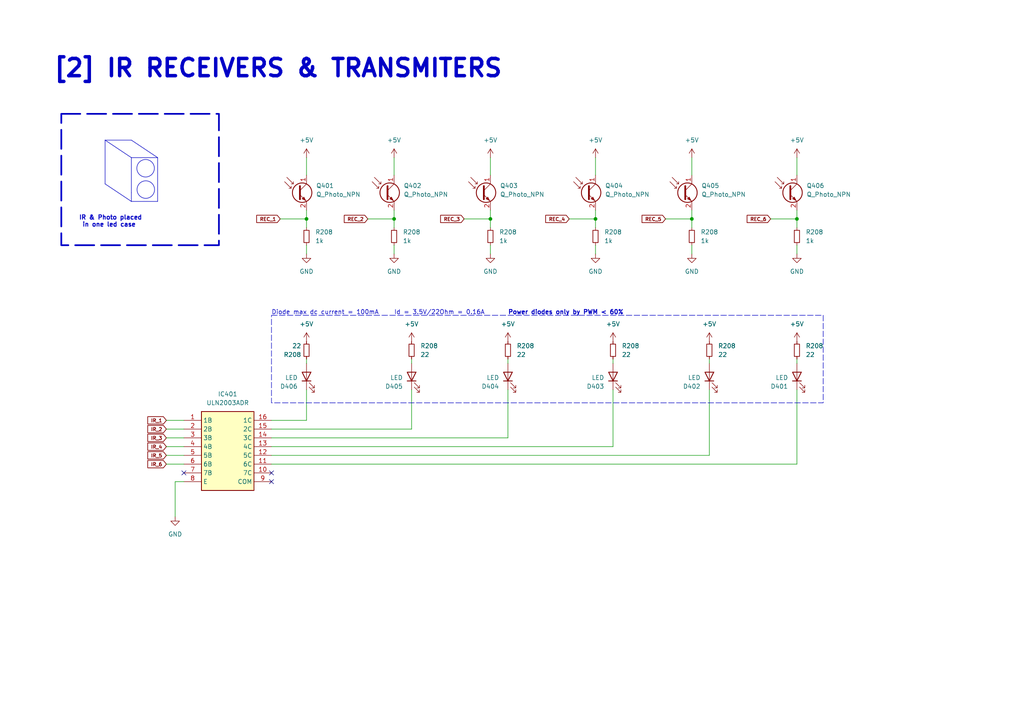
<source format=kicad_sch>
(kicad_sch (version 20230121) (generator eeschema)
  (paper "A4")
  (lib_symbols
    (symbol "Device:LED" (pin_numbers hide) (pin_names (offset 1.016) hide)
      (property "Reference" "D" (at 0 2.54 0))
      (property "Value" "LED" (at 0 -2.54 0))
      (symbol "LED_0_1"
        (polyline (pts (xy -1.27 -1.27) (xy -1.27 1.27)) (stroke (width 0.254)))
        (polyline (pts (xy -1.27 0) (xy 1.27 0)))
        (polyline (pts (xy 1.27 -1.27) (xy 1.27 1.27) (xy -1.27 0) (xy 1.27 -1.27)) (stroke (width 0.254)))
        (polyline (pts (xy -3.048 -0.762) (xy -4.572 -2.286) (xy -3.81 -2.286) (xy -4.572 -2.286) (xy -4.572 -1.524)))
        (polyline (pts (xy -1.778 -0.762) (xy -3.302 -2.286) (xy -2.54 -2.286) (xy -3.302 -2.286) (xy -3.302 -1.524)))
      )
      (symbol "LED_1_1"
        (pin passive line (at -3.81 0 0) (length 2.54) (name "K") (number "1"))
        (pin passive line (at 3.81 0 180) (length 2.54) (name "A") (number "2"))
      )
    )
    (symbol "Device:Q_Photo_NPN" (pin_names (offset 0) hide)
      (property "Reference" "Q" (at 5.08 1.27 0))
      (property "Value" "Q_Photo_NPN" (at 5.08 -1.27 0))
      (symbol "Q_Photo_NPN_0_1"
        (polyline (pts (xy -1.905 1.27) (xy -2.54 1.27)))
        (polyline (pts (xy -1.27 2.54) (xy -1.905 2.54)))
        (polyline (pts (xy 0.635 0.635) (xy 2.54 2.54)))
        (polyline (pts (xy -3.81 3.175) (xy -1.905 1.27) (xy -1.905 1.905)))
        (polyline (pts (xy -3.175 4.445) (xy -1.27 2.54) (xy -1.27 3.175)))
        (polyline (pts (xy 0.635 -0.635) (xy 2.54 -2.54) (xy 2.54 -2.54)))
        (polyline (pts (xy 0.635 1.905) (xy 0.635 -1.905) (xy 0.635 -1.905)) (stroke (width 0.508)))
        (polyline (pts (xy 1.27 -1.778) (xy 1.778 -1.27) (xy 2.286 -2.286) (xy 1.27 -1.778) (xy 1.27 -1.778)) (fill (type outline)))
        (circle (center 1.27 0) (radius 2.8194) (stroke (width 0.254)))
      )
      (symbol "Q_Photo_NPN_1_1"
        (pin passive line (at 2.54 5.08 270) (length 2.54) (name "C") (number "1"))
        (pin passive line (at 2.54 -5.08 90) (length 2.54) (name "E") (number "2"))
      )
    )
    (symbol "Device:R_Small" (pin_numbers hide) (pin_names (offset 0.254) hide)
      (property "Reference" "R" (at 0.762 0.508 0))
      (property "Value" "R_Small" (at 0.762 -1.016 0))
      (symbol "R_Small_0_1"
        (rectangle (start -0.762 1.778) (end 0.762 -1.778) (stroke (width 0.2032)))
      )
      (symbol "R_Small_1_1"
        (pin passive line (at 0 2.54 270) (length 0.762) (name "~") (number "1"))
        (pin passive line (at 0 -2.54 90) (length 0.762) (name "~") (number "2"))
      )
    )
    (symbol "SamacSys_Parts:ULN2003ADR"
      (property "Reference" "IC" (at 21.59 7.62 0))
      (property "Value" "ULN2003ADR" (at 21.59 5.08 0))
      (symbol "ULN2003ADR_1_1"
        (rectangle (start 5.08 2.54) (end 20.32 -20.32) (stroke (width 0.254)) (fill (type background)))
        (pin passive line (at 0 0 0) (length 5.08) (name "1B") (number "1"))
        (pin passive line (at 25.4 -15.24 180) (length 5.08) (name "7C") (number "10"))
        (pin passive line (at 25.4 -12.7 180) (length 5.08) (name "6C") (number "11"))
        (pin passive line (at 25.4 -10.16 180) (length 5.08) (name "5C") (number "12"))
        (pin passive line (at 25.4 -7.62 180) (length 5.08) (name "4C") (number "13"))
        (pin passive line (at 25.4 -5.08 180) (length 5.08) (name "3C") (number "14"))
        (pin passive line (at 25.4 -2.54 180) (length 5.08) (name "2C") (number "15"))
        (pin passive line (at 25.4 0 180) (length 5.08) (name "1C") (number "16"))
        (pin passive line (at 0 -2.54 0) (length 5.08) (name "2B") (number "2"))
        (pin passive line (at 0 -5.08 0) (length 5.08) (name "3B") (number "3"))
        (pin passive line (at 0 -7.62 0) (length 5.08) (name "4B") (number "4"))
        (pin passive line (at 0 -10.16 0) (length 5.08) (name "5B") (number "5"))
        (pin passive line (at 0 -12.7 0) (length 5.08) (name "6B") (number "6"))
        (pin passive line (at 0 -15.24 0) (length 5.08) (name "7B") (number "7"))
        (pin passive line (at 0 -17.78 0) (length 5.08) (name "E") (number "8"))
        (pin passive line (at 25.4 -17.78 180) (length 5.08) (name "COM") (number "9"))
      )
    )
    (symbol "power:+5V" (power) (pin_names (offset 0))
      (property "Value" "+5V" (at 0 3.556 0))
      (symbol "+5V_0_1"
        (polyline (pts (xy -0.762 1.27) (xy 0 2.54)))
        (polyline (pts (xy 0 0) (xy 0 2.54)))
        (polyline (pts (xy 0 2.54) (xy 0.762 1.27)))
      )
      (symbol "+5V_1_1"
        (pin power_in line (at 0 0 90) (length 0) hide (name "+5V") (number "1"))
      )
    )
    (symbol "power:GND" (power) (pin_names (offset 0))
      (property "Value" "GND" (at 0 -3.81 0))
      (symbol "GND_0_1"
        (polyline (pts (xy 0 0) (xy 0 -1.27) (xy 1.27 -1.27) (xy 0 -2.54) (xy -1.27 -1.27) (xy 0 -1.27)))
      )
      (symbol "GND_1_1"
        (pin power_in line (at 0 0 270) (length 0) hide (name "GND") (number "1"))
      )
    )
  )
  (junction (at 172.72 63.5))
  (junction (at 88.9 63.5))
  (junction (at 114.3 63.5))
  (junction (at 200.66 63.5))
  (junction (at 142.24 63.5))
  (junction (at 231.14 63.5))
  (no_connect (at 53.34 137.16))
  (no_connect (at 78.74 137.16))
  (no_connect (at 78.74 139.7))
  (wire (pts (xy 81.28 63.5) (xy 88.9 63.5)))
  (wire (pts (xy 48.26 134.62) (xy 53.34 134.62)))
  (wire (pts (xy 147.32 105.41) (xy 147.32 104.14)))
  (wire (pts (xy 78.74 127) (xy 147.32 127)))
  (polyline (pts (xy 38.1 45.72) (xy 45.72 45.72)))
  (wire (pts (xy 106.68 63.5) (xy 114.3 63.5)))
  (wire (pts (xy 200.66 60.96) (xy 200.66 63.5)))
  (wire (pts (xy 172.72 60.96) (xy 172.72 63.5)))
  (wire (pts (xy 193.04 63.5) (xy 200.66 63.5)))
  (wire (pts (xy 119.38 105.41) (xy 119.38 104.14)))
  (wire (pts (xy 231.14 45.72) (xy 231.14 50.8)))
  (wire (pts (xy 231.14 63.5) (xy 231.14 66.04)))
  (polyline (pts (xy 38.1 40.64) (xy 45.72 45.72)))
  (polyline (pts (xy 38.1 40.64) (xy 30.48 40.64)))
  (wire (pts (xy 48.26 127) (xy 53.34 127)))
  (wire (pts (xy 114.3 60.96) (xy 114.3 63.5)))
  (wire (pts (xy 231.14 113.03) (xy 231.14 134.62)))
  (wire (pts (xy 142.24 60.96) (xy 142.24 63.5)))
  (wire (pts (xy 53.34 139.7) (xy 50.8 139.7)))
  (wire (pts (xy 142.24 71.12) (xy 142.24 73.66)))
  (wire (pts (xy 142.24 45.72) (xy 142.24 50.8)))
  (polyline (pts (xy 38.1 45.72) (xy 38.1 55.88)))
  (wire (pts (xy 147.32 113.03) (xy 147.32 127)))
  (wire (pts (xy 78.74 121.92) (xy 88.9 121.92)))
  (polyline (pts (xy 38.1 55.88) (xy 38.1 58.42)))
  (wire (pts (xy 78.74 129.54) (xy 177.8 129.54)))
  (wire (pts (xy 172.72 63.5) (xy 172.72 66.04)))
  (wire (pts (xy 165.1 63.5) (xy 172.72 63.5)))
  (wire (pts (xy 223.52 63.5) (xy 231.14 63.5)))
  (wire (pts (xy 231.14 71.12) (xy 231.14 73.66)))
  (wire (pts (xy 78.74 134.62) (xy 231.14 134.62)))
  (wire (pts (xy 205.74 105.41) (xy 205.74 104.14)))
  (wire (pts (xy 177.8 105.41) (xy 177.8 104.14)))
  (wire (pts (xy 142.24 63.5) (xy 142.24 66.04)))
  (polyline (pts (xy 30.48 40.64) (xy 30.48 53.34)))
  (wire (pts (xy 200.66 63.5) (xy 200.66 66.04)))
  (wire (pts (xy 231.14 105.41) (xy 231.14 104.14)))
  (polyline (pts (xy 30.48 40.64) (xy 38.1 45.72)))
  (wire (pts (xy 205.74 113.03) (xy 205.74 132.08)))
  (wire (pts (xy 88.9 105.41) (xy 88.9 104.14)))
  (wire (pts (xy 200.66 45.72) (xy 200.66 50.8)))
  (polyline (pts (xy 45.72 45.72) (xy 45.72 58.42)))
  (wire (pts (xy 231.14 60.96) (xy 231.14 63.5)))
  (wire (pts (xy 88.9 63.5) (xy 88.9 66.04)))
  (wire (pts (xy 119.38 113.03) (xy 119.38 124.46)))
  (wire (pts (xy 172.72 45.72) (xy 172.72 50.8)))
  (wire (pts (xy 48.26 121.92) (xy 53.34 121.92)))
  (wire (pts (xy 114.3 45.72) (xy 114.3 50.8)))
  (wire (pts (xy 200.66 71.12) (xy 200.66 73.66)))
  (wire (pts (xy 88.9 113.03) (xy 88.9 121.92)))
  (wire (pts (xy 78.74 132.08) (xy 205.74 132.08)))
  (wire (pts (xy 172.72 71.12) (xy 172.72 73.66)))
  (wire (pts (xy 88.9 71.12) (xy 88.9 73.66)))
  (wire (pts (xy 78.74 124.46) (xy 119.38 124.46)))
  (wire (pts (xy 88.9 45.72) (xy 88.9 50.8)))
  (wire (pts (xy 114.3 63.5) (xy 114.3 66.04)))
  (wire (pts (xy 48.26 132.08) (xy 53.34 132.08)))
  (wire (pts (xy 50.8 139.7) (xy 50.8 149.86)))
  (wire (pts (xy 134.62 63.5) (xy 142.24 63.5)))
  (wire (pts (xy 114.3 71.12) (xy 114.3 73.66)))
  (wire (pts (xy 48.26 124.46) (xy 53.34 124.46)))
  (polyline (pts (xy 38.1 58.42) (xy 30.48 53.34)))
  (wire (pts (xy 177.8 113.03) (xy 177.8 129.54)))
  (polyline (pts (xy 38.1 58.42) (xy 45.72 58.42)))
  (wire (pts (xy 48.26 129.54) (xy 53.34 129.54)))
  (wire (pts (xy 88.9 60.96) (xy 88.9 63.5)))
  (rectangle (start 78.74 91.44) (end 238.76 116.84) (stroke (width 0) (type dash)))
  (circle (center 42.2862 54.9853) (radius 2.54))
  (circle (center 42.2296 48.8004) (radius 2.54))
  (rectangle (start 17.78 33.02) (end 63.5 71.12) (stroke (width 0.5) (type dash)))
  (text "Power diodes only by PWM < 60%" (at 147.32 91.44 0) (effects (font (size 1.27 1.27) bold) (justify left bottom)))
  (text "[2] IR RECEIVERS & TRANSMITERS " (at 15.24 22.86 0) (effects (font (size 5 5) (thickness 1) bold) (justify left bottom)))
  (text "Diode max dc current = 100mA" (at 78.74 91.44 0) (effects (font (size 1.27 1.27)) (justify left bottom)))
  (text "Id = 3.5V/22Ohm = 0.16A" (at 114.3 91.44 0) (effects (font (size 1.27 1.27)) (justify left bottom)))
  (text "IR & Photo placed\n in one led case " (at 22.86 66.04 0) (effects (font (size 1.27 1.27) bold) (justify left bottom)))
  (global_label "REC_6" (shape input) (at 223.52 63.5 180) (effects (font (size 1 1) (thickness 0.2) bold)) (property "Intersheetrefs" "${INTERSHEET_REFS}" (effects hide)))
  (global_label "REC_3" (shape input) (at 134.62 63.5 180) (effects (font (size 1 1) (thickness 0.2) bold)) (property "Intersheetrefs" "${INTERSHEET_REFS}" (effects hide)))
  (global_label "IR_5" (shape input) (at 48.26 132.08 180) (effects (font (size 1 1) (thickness 0.2) bold)) (property "Intersheetrefs" "${INTERSHEET_REFS}" (effects hide)))
  (global_label "REC_4" (shape input) (at 165.1 63.5 180) (effects (font (size 1 1) (thickness 0.2) bold)) (property "Intersheetrefs" "${INTERSHEET_REFS}" (effects hide)))
  (global_label "REC_2" (shape input) (at 106.68 63.5 180) (effects (font (size 1 1) (thickness 0.2) bold)) (property "Intersheetrefs" "${INTERSHEET_REFS}" (effects hide)))
  (global_label "IR_1" (shape input) (at 48.26 121.92 180) (effects (font (size 1 1) (thickness 0.2) bold)) (property "Intersheetrefs" "${INTERSHEET_REFS}" (effects hide)))
  (global_label "REC_5" (shape input) (at 193.04 63.5 180) (effects (font (size 1 1) (thickness 0.2) bold)) (property "Intersheetrefs" "${INTERSHEET_REFS}" (effects hide)))
  (global_label "IR_3" (shape input) (at 48.26 127 180) (effects (font (size 1 1) (thickness 0.2) bold)) (property "Intersheetrefs" "${INTERSHEET_REFS}" (effects hide)))
  (global_label "REC_1" (shape input) (at 81.28 63.5 180) (effects (font (size 1 1) (thickness 0.2) bold)) (property "Intersheetrefs" "${INTERSHEET_REFS}" (effects hide)))
  (global_label "IR_2" (shape input) (at 48.26 124.46 180) (effects (font (size 1 1) (thickness 0.2) bold)) (property "Intersheetrefs" "${INTERSHEET_REFS}" (effects hide)))
  (global_label "IR_6" (shape input) (at 48.26 134.62 180) (effects (font (size 1 1) (thickness 0.2) bold)) (property "Intersheetrefs" "${INTERSHEET_REFS}" (effects hide)))
  (global_label "IR_4" (shape input) (at 48.26 129.54 180) (effects (font (size 1 1) (thickness 0.2) bold)) (property "Intersheetrefs" "${INTERSHEET_REFS}" (effects hide)))
  (symbol (lib_id "Device:LED") (at 205.74 109.22 90) (unit 1)
    (property "Reference" "D402" (at 203.2 112.0775 90) (effects (justify left)))
    (property "Value" "LED" (at 203.2 109.5375 90) (effects (justify left)))
  )
  (symbol (lib_id "Device:R_Small") (at 231.14 101.6 0) (unit 1)
    (property "Reference" "R208" (at 233.68 100.33 0) (effects (justify left)))
    (property "Value" "22" (at 233.68 102.87 0) (effects (justify left)))
    (instances (project "Micromouse" (path "" (reference "R208") (unit 1)) (path "" (reference "R407") (unit 1))))
  )
  (symbol (lib_id "Device:R_Small") (at 88.9 68.58 180) (unit 1)
    (property "Reference" "R208" (at 91.44 67.31 0) (effects (justify right)))
    (property "Value" "1k" (at 91.44 69.85 0) (effects (justify right)))
    (instances (project "Micromouse" (path "" (reference "R208") (unit 1)) (path "" (reference "R401") (unit 1))))
  )
  (symbol (lib_id "Device:R_Small") (at 231.14 68.58 180) (unit 1)
    (property "Reference" "R208" (at 233.68 67.31 0) (effects (justify right)))
    (property "Value" "1k" (at 233.68 69.85 0) (effects (justify right)))
    (instances (project "Micromouse" (path "" (reference "R208") (unit 1)) (path "" (reference "R406") (unit 1))))
  )
  (symbol (lib_id "Device:R_Small") (at 200.66 68.58 180) (unit 1)
    (property "Reference" "R208" (at 203.2 67.31 0) (effects (justify right)))
    (property "Value" "1k" (at 203.2 69.85 0) (effects (justify right)))
    (instances (project "Micromouse" (path "" (reference "R208") (unit 1)) (path "" (reference "R405") (unit 1))))
  )
  (symbol (lib_id "Device:R_Small") (at 88.9 101.6 0) (unit 1)
    (property "Reference" "R208" (at 87.376 102.87 0) (effects (justify right)))
    (property "Value" "22" (at 87.376 100.33 0) (effects (justify right)))
    (instances (project "Micromouse" (path "" (reference "R208") (unit 1)) (path "" (reference "R412") (unit 1))))
  )
  (symbol (lib_id "power:+5V") (at 172.72 45.72 0) (unit 1)
    (property "Reference" "#PWR0416" (effects hide))
    (property "Value" "+5V" (at 172.72 40.64 0))
  )
  (symbol (lib_id "power:+5V") (at 205.74 99.06 0) (unit 1)
    (property "Reference" "#PWR0412" (effects hide))
    (property "Value" "+5V" (at 205.74 93.98 0))
  )
  (symbol (lib_id "Device:R_Small") (at 177.8 101.6 0) (unit 1)
    (property "Reference" "R208" (at 180.34 100.33 0) (effects (justify left)))
    (property "Value" "22" (at 180.34 102.87 0) (effects (justify left)))
    (instances (project "Micromouse" (path "" (reference "R208") (unit 1)) (path "" (reference "R409") (unit 1))))
  )
  (symbol (lib_id "power:GND") (at 114.3 73.66 0) (unit 1)
    (property "Reference" "#PWR0402" (effects hide))
    (property "Value" "GND" (at 114.3 78.74 0))
  )
  (symbol (lib_id "Device:R_Small") (at 205.74 101.6 0) (unit 1)
    (property "Reference" "R208" (at 208.28 100.33 0) (effects (justify left)))
    (property "Value" "22" (at 208.28 102.87 0) (effects (justify left)))
    (instances (project "Micromouse" (path "" (reference "R208") (unit 1)) (path "" (reference "R408") (unit 1))))
  )
  (symbol (lib_id "power:GND") (at 200.66 73.66 0) (unit 1)
    (property "Reference" "#PWR0405" (effects hide))
    (property "Value" "GND" (at 200.66 78.74 0))
  )
  (symbol (lib_id "power:+5V") (at 119.38 99.06 0) (unit 1)
    (property "Reference" "#PWR0409" (effects hide))
    (property "Value" "+5V" (at 119.38 93.98 0))
  )
  (symbol (lib_id "SamacSys_Parts:ULN2003ADR") (at 53.34 121.92 0) (unit 1)
    (property "Reference" "IC401" (at 66.04 114.3 0))
    (property "Value" "ULN2003ADR" (at 66.04 116.84 0))
    (property "Footprint" "SOIC127P600X175-16N" (effects hide))
    (property "Datasheet" "http://www.ti.com/lit/ds/symlink/uln2003a.pdf" (effects hide))
    (property "Height" "1.75" (effects hide))
    (property "Manufacturer_Name" "Texas Instruments" (effects hide))
    (property "Manufacturer_Part_Number" "ULN2003ADR" (effects hide))
  )
  (symbol (lib_id "Device:Q_Photo_NPN") (at 111.76 55.88 0) (unit 1)
    (property "Reference" "Q402" (at 117.094 53.8607 0) (effects (justify left)))
    (property "Value" "Q_Photo_NPN" (at 117.094 56.4007 0) (effects (justify left)))
  )
  (symbol (lib_id "power:+5V") (at 147.32 99.06 0) (unit 1)
    (property "Reference" "#PWR0410" (effects hide))
    (property "Value" "+5V" (at 147.32 93.98 0))
  )
  (symbol (lib_id "Device:R_Small") (at 114.3 68.58 180) (unit 1)
    (property "Reference" "R208" (at 116.84 67.31 0) (effects (justify right)))
    (property "Value" "1k" (at 116.84 69.85 0) (effects (justify right)))
    (instances (project "Micromouse" (path "" (reference "R208") (unit 1)) (path "" (reference "R402") (unit 1))))
  )
  (symbol (lib_id "Device:Q_Photo_NPN") (at 86.36 55.88 0) (unit 1)
    (property "Reference" "Q401" (at 91.694 53.8607 0) (effects (justify left)))
    (property "Value" "Q_Photo_NPN" (at 91.694 56.4007 0) (effects (justify left)))
  )
  (symbol (lib_id "Device:R_Small") (at 119.38 101.6 0) (unit 1)
    (property "Reference" "R208" (at 121.92 100.33 0) (effects (justify left)))
    (property "Value" "22" (at 121.92 102.87 0) (effects (justify left)))
    (instances (project "Micromouse" (path "" (reference "R208") (unit 1)) (path "" (reference "R411") (unit 1))))
  )
  (symbol (lib_id "power:GND") (at 50.8 149.86 0) (unit 1)
    (property "Reference" "#PWR0407" (effects hide))
    (property "Value" "GND" (at 50.8 154.94 0))
  )
  (symbol (lib_id "power:GND") (at 231.14 73.66 0) (unit 1)
    (property "Reference" "#PWR0406" (effects hide))
    (property "Value" "GND" (at 231.14 78.74 0))
  )
  (symbol (lib_id "Device:Q_Photo_NPN") (at 198.12 55.88 0) (unit 1)
    (property "Reference" "Q405" (at 203.454 53.8607 0) (effects (justify left)))
    (property "Value" "Q_Photo_NPN" (at 203.454 56.4007 0) (effects (justify left)))
  )
  (symbol (lib_id "power:GND") (at 88.9 73.66 0) (unit 1)
    (property "Reference" "#PWR0401" (effects hide))
    (property "Value" "GND" (at 88.9 78.74 0))
  )
  (symbol (lib_id "Device:R_Small") (at 142.24 68.58 180) (unit 1)
    (property "Reference" "R208" (at 144.78 67.31 0) (effects (justify right)))
    (property "Value" "1k" (at 144.78 69.85 0) (effects (justify right)))
    (instances (project "Micromouse" (path "" (reference "R208") (unit 1)) (path "" (reference "R403") (unit 1))))
  )
  (symbol (lib_id "Device:LED") (at 88.9 109.22 90) (unit 1)
    (property "Reference" "D406" (at 86.36 112.0775 90) (effects (justify left)))
    (property "Value" "LED" (at 86.36 109.5375 90) (effects (justify left)))
  )
  (symbol (lib_id "Device:Q_Photo_NPN") (at 139.7 55.88 0) (unit 1)
    (property "Reference" "Q403" (at 145.034 53.8607 0) (effects (justify left)))
    (property "Value" "Q_Photo_NPN" (at 145.034 56.4007 0) (effects (justify left)))
  )
  (symbol (lib_id "power:+5V") (at 231.14 99.06 0) (unit 1)
    (property "Reference" "#PWR0419" (effects hide))
    (property "Value" "+5V" (at 231.14 93.98 0))
  )
  (symbol (lib_id "Device:LED") (at 231.14 109.22 90) (unit 1)
    (property "Reference" "D401" (at 228.6 112.0775 90) (effects (justify left)))
    (property "Value" "LED" (at 228.6 109.5375 90) (effects (justify left)))
  )
  (symbol (lib_id "Device:Q_Photo_NPN") (at 170.18 55.88 0) (unit 1)
    (property "Reference" "Q404" (at 175.514 53.8607 0) (effects (justify left)))
    (property "Value" "Q_Photo_NPN" (at 175.514 56.4007 0) (effects (justify left)))
  )
  (symbol (lib_id "Device:LED") (at 177.8 109.22 90) (unit 1)
    (property "Reference" "D403" (at 175.26 112.0775 90) (effects (justify left)))
    (property "Value" "LED" (at 175.26 109.5375 90) (effects (justify left)))
  )
  (symbol (lib_id "power:+5V") (at 88.9 45.72 0) (unit 1)
    (property "Reference" "#PWR0413" (effects hide))
    (property "Value" "+5V" (at 88.9 40.64 0))
  )
  (symbol (lib_id "Device:R_Small") (at 172.72 68.58 180) (unit 1)
    (property "Reference" "R208" (at 175.26 67.31 0) (effects (justify right)))
    (property "Value" "1k" (at 175.26 69.85 0) (effects (justify right)))
    (instances (project "Micromouse" (path "" (reference "R208") (unit 1)) (path "" (reference "R404") (unit 1))))
  )
  (symbol (lib_id "power:+5V") (at 88.9 99.06 0) (unit 1)
    (property "Reference" "#PWR0408" (effects hide))
    (property "Value" "+5V" (at 88.9 93.98 0))
  )
  (symbol (lib_id "Device:R_Small") (at 147.32 101.6 0) (unit 1)
    (property "Reference" "R208" (at 149.86 100.33 0) (effects (justify left)))
    (property "Value" "22" (at 149.86 102.87 0) (effects (justify left)))
    (instances (project "Micromouse" (path "" (reference "R208") (unit 1)) (path "" (reference "R410") (unit 1))))
  )
  (symbol (lib_id "power:+5V") (at 177.8 99.06 0) (unit 1)
    (property "Reference" "#PWR0411" (effects hide))
    (property "Value" "+5V" (at 177.8 93.98 0))
  )
  (symbol (lib_id "power:GND") (at 172.72 73.66 0) (unit 1)
    (property "Reference" "#PWR0404" (effects hide))
    (property "Value" "GND" (at 172.72 78.74 0))
  )
  (symbol (lib_id "power:GND") (at 142.24 73.66 0) (unit 1)
    (property "Reference" "#PWR0403" (effects hide))
    (property "Value" "GND" (at 142.24 78.74 0))
  )
  (symbol (lib_id "power:+5V") (at 142.24 45.72 0) (unit 1)
    (property "Reference" "#PWR0415" (effects hide))
    (property "Value" "+5V" (at 142.24 40.64 0))
  )
  (symbol (lib_id "power:+5V") (at 200.66 45.72 0) (unit 1)
    (property "Reference" "#PWR0417" (effects hide))
    (property "Value" "+5V" (at 200.66 40.64 0))
  )
  (symbol (lib_id "power:+5V") (at 231.14 45.72 0) (unit 1)
    (property "Reference" "#PWR0418" (effects hide))
    (property "Value" "+5V" (at 231.14 40.64 0))
  )
  (symbol (lib_id "Device:LED") (at 147.32 109.22 90) (unit 1)
    (property "Reference" "D404" (at 144.78 112.0775 90) (effects (justify left)))
    (property "Value" "LED" (at 144.78 109.5375 90) (effects (justify left)))
  )
  (symbol (lib_id "power:+5V") (at 114.3 45.72 0) (unit 1)
    (property "Reference" "#PWR0414" (effects hide))
    (property "Value" "+5V" (at 114.3 40.64 0))
  )
  (symbol (lib_id "Device:LED") (at 119.38 109.22 90) (unit 1)
    (property "Reference" "D405" (at 116.84 112.0775 90) (effects (justify left)))
    (property "Value" "LED" (at 116.84 109.5375 90) (effects (justify left)))
  )
  (symbol (lib_id "Device:Q_Photo_NPN") (at 228.6 55.88 0) (unit 1)
    (property "Reference" "Q406" (at 233.934 53.8607 0) (effects (justify left)))
    (property "Value" "Q_Photo_NPN" (at 233.934 56.4007 0) (effects (justify left)))
  )
)
</source>
